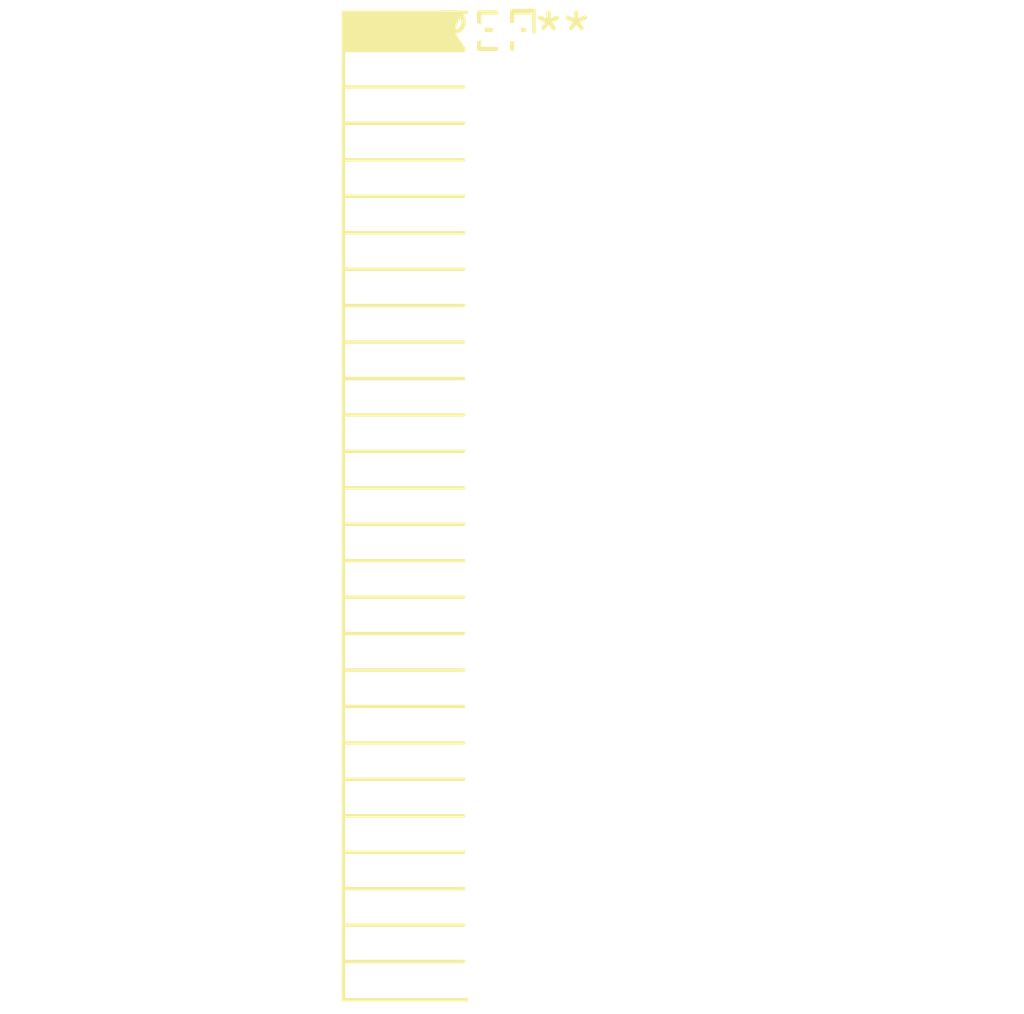
<source format=kicad_pcb>
(kicad_pcb (version 20240108) (generator pcbnew)
  (layers (0 "F.Cu" signal) (31 "B.Cu" signal) (34 "B.Paste" user) (35 "F.Paste" user) (36 "B.SilkS" user "B.Silkscreen") (37 "F.SilkS" user "F.Silkscreen") (38 "B.Mask" user) (39 "F.Mask" user) (44 "Edge.Cuts" user))
  (net 0 "")
  (footprint "PinSocket_2x27_P1.27mm_Horizontal" (layer "F.Cu") (at 0 0)
    (property "Reference" "REF**")
    (property "Value" "PinSocket_2x27_P1.27mm_Horizontal")
    (fp_line (start -5.88 -0.695) (end -5.88 33.715) (layer "F.SilkS") (stroke (width 0.12)))
    (fp_line (start -5.88 -0.695) (end -1.57753 -0.695) (layer "F.SilkS") (stroke (width 0.12)))
    (fp_line (start -5.88 -0.575) (end -1.766966 -0.575) (layer "F.SilkS") (stroke (width 0.12)))
    (fp_line (start -5.88 -0.465) (end -1.871145 -0.465) (layer "F.SilkS") (stroke (width 0.12)))
    (fp_line (start -5.88 -0.355) (end -1.941993 -0.355) (layer "F.SilkS") (stroke (width 0.12)))
    (fp_line (start -5.88 -0.245) (end -1.989427 -0.245) (layer "F.SilkS") (stroke (width 0.12)))
    (fp_line (start -5.88 -0.135) (end -2.017914 -0.135) (layer "F.SilkS") (stroke (width 0.12)))
    (fp_line (start -5.88 -0.025) (end -2.029589 -0.025) (layer "F.SilkS") (stroke (width 0.12)))
    (fp_line (start -5.88 0.085) (end -2.025232 0.085) (layer "F.SilkS") (stroke (width 0.12)))
    (fp_line (start -5.88 0.195) (end -2.004558 0.195) (layer "F.SilkS") (stroke (width 0.12)))
    (fp_line (start -5.88 0.305) (end -1.966114 0.305) (layer "F.SilkS") (stroke (width 0.12)))
    (fp_line (start -5.88 0.415) (end -1.906691 0.415) (layer "F.SilkS") (stroke (width 0.12)))
    (fp_line (start -5.88 0.525) (end -1.819523 0.525) (layer "F.SilkS") (stroke (width 0.12)))
    (fp_line (start -5.88 0.635) (end -1.687582 0.635) (layer "F.SilkS") (stroke (width 0.12)))
    (fp_line (start -5.88 1.905) (end -1.687582 1.905) (layer "F.SilkS") (stroke (width 0.12)))
    (fp_line (start -5.88 3.175) (end -1.687582 3.175) (layer "F.SilkS") (stroke (width 0.12)))
    (fp_line (start -5.88 4.445) (end -1.687582 4.445) (layer "F.SilkS") (stroke (width 0.12)))
    (fp_line (start -5.88 5.715) (end -1.687582 5.715) (layer "F.SilkS") (stroke (width 0.12)))
    (fp_line (start -5.88 6.985) (end -1.687582 6.985) (layer "F.SilkS") (stroke (width 0.12)))
    (fp_line (start -5.88 8.255) (end -1.687582 8.255) (layer "F.SilkS") (stroke (width 0.12)))
    (fp_line (start -5.88 9.525) (end -1.687582 9.525) (layer "F.SilkS") (stroke (width 0.12)))
    (fp_line (start -5.88 10.795) (end -1.687582 10.795) (layer "F.SilkS") (stroke (width 0.12)))
    (fp_line (start -5.88 12.065) (end -1.687582 12.065) (layer "F.SilkS") (stroke (width 0.12)))
    (fp_line (start -5.88 13.335) (end -1.687582 13.335) (layer "F.SilkS") (stroke (width 0.12)))
    (fp_line (start -5.88 14.605) (end -1.687582 14.605) (layer "F.SilkS") (stroke (width 0.12)))
    (fp_line (start -5.88 15.875) (end -1.687582 15.875) (layer "F.SilkS") (stroke (width 0.12)))
    (fp_line (start -5.88 17.145) (end -1.687582 17.145) (layer "F.SilkS") (stroke (width 0.12)))
    (fp_line (start -5.88 18.415) (end -1.687582 18.415) (layer "F.SilkS") (stroke (width 0.12)))
    (fp_line (start -5.88 19.685) (end -1.687582 19.685) (layer "F.SilkS") (stroke (width 0.12)))
    (fp_line (start -5.88 20.955) (end -1.687582 20.955) (layer "F.SilkS") (stroke (width 0.12)))
    (fp_line (start -5.88 22.225) (end -1.687582 22.225) (layer "F.SilkS") (stroke (width 0.12)))
    (fp_line (start -5.88 23.495) (end -1.687582 23.495) (layer "F.SilkS") (stroke (width 0.12)))
    (fp_line (start -5.88 24.765) (end -1.687582 24.765) (layer "F.SilkS") (stroke (width 0.12)))
    (fp_line (start -5.88 26.035) (end -1.687582 26.035) (layer "F.SilkS") (stroke (width 0.12)))
    (fp_line (start -5.88 27.305) (end -1.687582 27.305) (layer "F.SilkS") (stroke (width 0.12)))
    (fp_line (start -5.88 28.575) (end -1.687582 28.575) (layer "F.SilkS") (stroke (width 0.12)))
    (fp_line (start -5.88 29.845) (end -1.687582 29.845) (layer "F.SilkS") (stroke (width 0.12)))
    (fp_line (start -5.88 31.115) (end -1.687582 31.115) (layer "F.SilkS") (stroke (width 0.12)))
    (fp_line (start -5.88 32.385) (end -1.687582 32.385) (layer "F.SilkS") (stroke (width 0.12)))
    (fp_line (start -5.88 33.715) (end -1.57753 33.715) (layer "F.SilkS") (stroke (width 0.12)))
    (fp_line (start 0 -0.76) (end 0.76 -0.76) (layer "F.SilkS") (stroke (width 0.12)))
    (fp_line (start 0.76 -0.76) (end 0.76 0) (layer "F.SilkS") (stroke (width 0.12)))
    (pad "1" thru_hole rect (at 0 0) (size 1 1) (drill 0.65) (layers *.Cu *.Mask) (remove_unused_layers))
    (pad "2" thru_hole oval (at -1.27 0) (size 1 1) (drill 0.65) (layers *.Cu *.Mask) (remove_unused_layers))
    (pad "3" thru_hole oval (at 0 1.27) (size 1 1) (drill 0.65) (layers *.Cu *.Mask) (remove_unused_layers))
    (pad "4" thru_hole oval (at -1.27 1.27) (size 1 1) (drill 0.65) (layers *.Cu *.Mask) (remove_unused_layers))
    (pad "5" thru_hole oval (at 0 2.54) (size 1 1) (drill 0.65) (layers *.Cu *.Mask) (remove_unused_layers))
    (pad "6" thru_hole oval (at -1.27 2.54) (size 1 1) (drill 0.65) (layers *.Cu *.Mask) (remove_unused_layers))
    (pad "7" thru_hole oval (at 0 3.81) (size 1 1) (drill 0.65) (layers *.Cu *.Mask) (remove_unused_layers))
    (pad "8" thru_hole oval (at -1.27 3.81) (size 1 1) (drill 0.65) (layers *.Cu *.Mask) (remove_unused_layers))
    (pad "9" thru_hole oval (at 0 5.08) (size 1 1) (drill 0.65) (layers *.Cu *.Mask) (remove_unused_layers))
    (pad "10" thru_hole oval (at -1.27 5.08) (size 1 1) (drill 0.65) (layers *.Cu *.Mask) (remove_unused_layers))
    (pad "11" thru_hole oval (at 0 6.35) (size 1 1) (drill 0.65) (layers *.Cu *.Mask) (remove_unused_layers))
    (pad "12" thru_hole oval (at -1.27 6.35) (size 1 1) (drill 0.65) (layers *.Cu *.Mask) (remove_unused_layers))
    (pad "13" thru_hole oval (at 0 7.62) (size 1 1) (drill 0.65) (layers *.Cu *.Mask) (remove_unused_layers))
    (pad "14" thru_hole oval (at -1.27 7.62) (size 1 1) (drill 0.65) (layers *.Cu *.Mask) (remove_unused_layers))
    (pad "15" thru_hole oval (at 0 8.89) (size 1 1) (drill 0.65) (layers *.Cu *.Mask) (remove_unused_layers))
    (pad "16" thru_hole oval (at -1.27 8.89) (size 1 1) (drill 0.65) (layers *.Cu *.Mask) (remove_unused_layers))
    (pad "17" thru_hole oval (at 0 10.16) (size 1 1) (drill 0.65) (layers *.Cu *.Mask) (remove_unused_layers))
    (pad "18" thru_hole oval (at -1.27 10.16) (size 1 1) (drill 0.65) (layers *.Cu *.Mask) (remove_unused_layers))
    (pad "19" thru_hole oval (at 0 11.43) (size 1 1) (drill 0.65) (layers *.Cu *.Mask) (remove_unused_layers))
    (pad "20" thru_hole oval (at -1.27 11.43) (size 1 1) (drill 0.65) (layers *.Cu *.Mask) (remove_unused_layers))
    (pad "21" thru_hole oval (at 0 12.7) (size 1 1) (drill 0.65) (layers *.Cu *.Mask) (remove_unused_layers))
    (pad "22" thru_hole oval (at -1.27 12.7) (size 1 1) (drill 0.65) (layers *.Cu *.Mask) (remove_unused_layers))
    (pad "23" thru_hole oval (at 0 13.97) (size 1 1) (drill 0.65) (layers *.Cu *.Mask) (remove_unused_layers))
    (pad "24" thru_hole oval (at -1.27 13.97) (size 1 1) (drill 0.65) (layers *.Cu *.Mask) (remove_unused_layers))
    (pad "25" thru_hole oval (at 0 15.24) (size 1 1) (drill 0.65) (layers *.Cu *.Mask) (remove_unused_layers))
    (pad "26" thru_hole oval (at -1.27 15.24) (size 1 1) (drill 0.65) (layers *.Cu *.Mask) (remove_unused_layers))
    (pad "27" thru_hole oval (at 0 16.51) (size 1 1) (drill 0.65) (layers *.Cu *.Mask) (remove_unused_layers))
    (pad "28" thru_hole oval (at -1.27 16.51) (size 1 1) (drill 0.65) (layers *.Cu *.Mask) (remove_unused_layers))
    (pad "29" thru_hole oval (at 0 17.78) (size 1 1) (drill 0.65) (layers *.Cu *.Mask) (remove_unused_layers))
    (pad "30" thru_hole oval (at -1.27 17.78) (size 1 1) (drill 0.65) (layers *.Cu *.Mask) (remove_unused_layers))
    (pad "31" thru_hole oval (at 0 19.05) (size 1 1) (drill 0.65) (layers *.Cu *.Mask) (remove_unused_layers))
    (pad "32" thru_hole oval (at -1.27 19.05) (size 1 1) (drill 0.65) (layers *.Cu *.Mask) (remove_unused_layers))
    (pad "33" thru_hole oval (at 0 20.32) (size 1 1) (drill 0.65) (layers *.Cu *.Mask) (remove_unused_layers))
    (pad "34" thru_hole oval (at -1.27 20.32) (size 1 1) (drill 0.65) (layers *.Cu *.Mask) (remove_unused_layers))
    (pad "35" thru_hole oval (at 0 21.59) (size 1 1) (drill 0.65) (layers *.Cu *.Mask) (remove_unused_layers))
    (pad "36" thru_hole oval (at -1.27 21.59) (size 1 1) (drill 0.65) (layers *.Cu *.Mask) (remove_unused_layers))
    (pad "37" thru_hole oval (at 0 22.86) (size 1 1) (drill 0.65) (layers *.Cu *.Mask) (remove_unused_layers))
    (pad "38" thru_hole oval (at -1.27 22.86) (size 1 1) (drill 0.65) (layers *.Cu *.Mask) (remove_unused_layers))
    (pad "39" thru_hole oval (at 0 24.13) (size 1 1) (drill 0.65) (layers *.Cu *.Mask) (remove_unused_layers))
    (pad "40" thru_hole oval (at -1.27 24.13) (size 1 1) (drill 0.65) (layers *.Cu *.Mask) (remove_unused_layers))
    (pad "41" thru_hole oval (at 0 25.4) (size 1 1) (drill 0.65) (layers *.Cu *.Mask) (remove_unused_layers))
    (pad "42" thru_hole oval (at -1.27 25.4) (size 1 1) (drill 0.65) (layers *.Cu *.Mask) (remove_unused_layers))
    (pad "43" thru_hole oval (at 0 26.67) (size 1 1) (drill 0.65) (layers *.Cu *.Mask) (remove_unused_layers))
    (pad "44" thru_hole oval (at -1.27 26.67) (size 1 1) (drill 0.65) (layers *.Cu *.Mask) (remove_unused_layers))
    (pad "45" thru_hole oval (at 0 27.94) (size 1 1) (drill 0.65) (layers *.Cu *.Mask) (remove_unused_layers))
    (pad "46" thru_hole oval (at -1.27 27.94) (size 1 1) (drill 0.65) (layers *.Cu *.Mask) (remove_unused_layers))
    (pad "47" thru_hole oval (at 0 29.21) (size 1 1) (drill 0.65) (layers *.Cu *.Mask) (remove_unused_layers))
    (pad "48" thru_hole oval (at -1.27 29.21) (size 1 1) (drill 0.65) (layers *.Cu *.Mask) (remove_unused_layers))
    (pad "49" thru_hole oval (at 0 30.48) (size 1 1) (drill 0.65) (layers *.Cu *.Mask) (remove_unused_layers))
    (pad "50" thru_hole oval (at -1.27 30.48) (size 1 1) (drill 0.65) (layers *.Cu *.Mask) (remove_unused_layers))
    (pad "51" thru_hole oval (at 0 31.75) (size 1 1) (drill 0.65) (layers *.Cu *.Mask) (remove_unused_layers))
    (pad "52" thru_hole oval (at -1.27 31.75) (size 1 1) (drill 0.65) (layers *.Cu *.Mask) (remove_unused_layers))
    (pad "53" thru_hole oval (at 0 33.02) (size 1 1) (drill 0.65) (layers *.Cu *.Mask) (remove_unused_layers))
    (pad "54" thru_hole oval (at -1.27 33.02) (size 1 1) (drill 0.65) (layers *.Cu *.Mask) (remove_unused_layers))
  )
)
</source>
